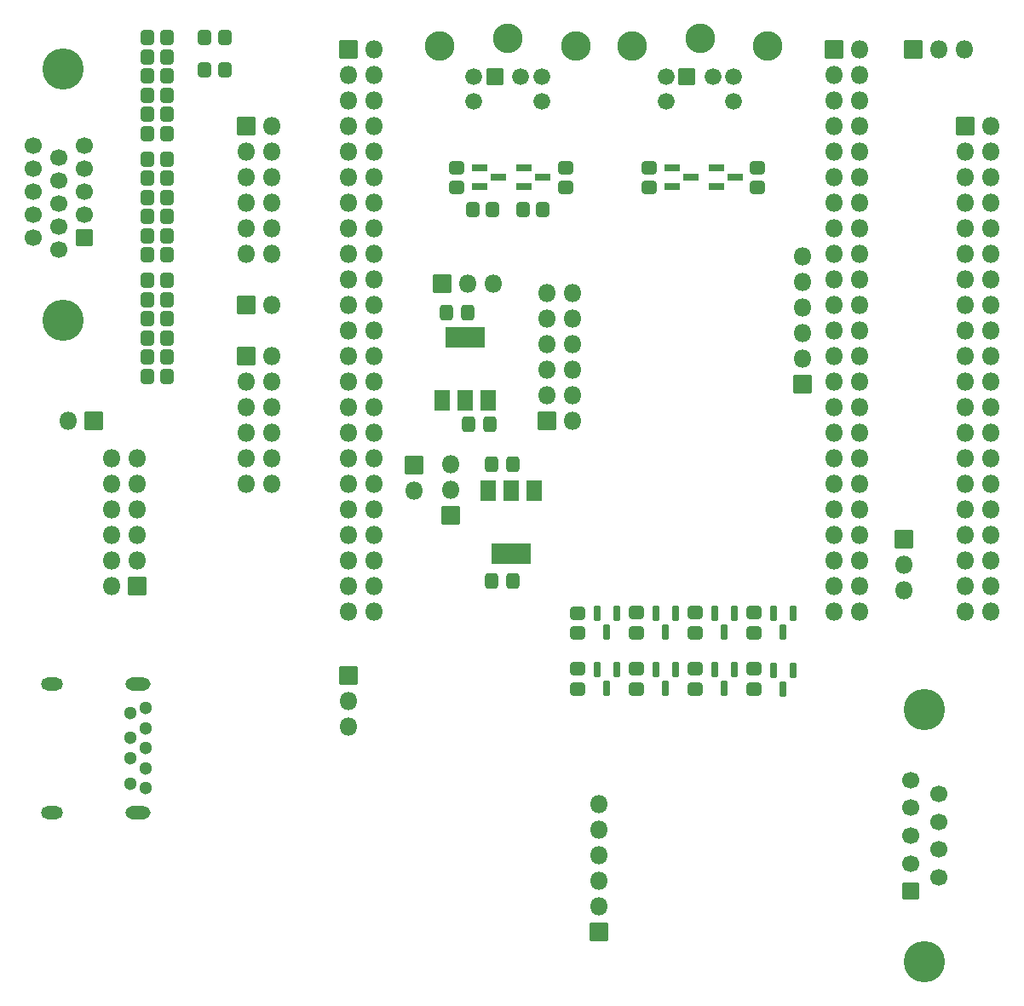
<source format=gts>
%TF.GenerationSoftware,KiCad,Pcbnew,6.0.0-d3dd2cf0fa~116~ubuntu20.04.1*%
%TF.CreationDate,2022-03-15T23:07:46+01:00*%
%TF.ProjectId,arrow_deca_retro_cape,6172726f-775f-4646-9563-615f72657472,0.71*%
%TF.SameCoordinates,Original*%
%TF.FileFunction,Soldermask,Top*%
%TF.FilePolarity,Negative*%
%FSLAX46Y46*%
G04 Gerber Fmt 4.6, Leading zero omitted, Abs format (unit mm)*
G04 Created by KiCad (PCBNEW 6.0.0-d3dd2cf0fa~116~ubuntu20.04.1) date 2022-03-15 23:07:46*
%MOMM*%
%LPD*%
G01*
G04 APERTURE LIST*
G04 Aperture macros list*
%AMRoundRect*
0 Rectangle with rounded corners*
0 $1 Rounding radius*
0 $2 $3 $4 $5 $6 $7 $8 $9 X,Y pos of 4 corners*
0 Add a 4 corners polygon primitive as box body*
4,1,4,$2,$3,$4,$5,$6,$7,$8,$9,$2,$3,0*
0 Add four circle primitives for the rounded corners*
1,1,$1+$1,$2,$3*
1,1,$1+$1,$4,$5*
1,1,$1+$1,$6,$7*
1,1,$1+$1,$8,$9*
0 Add four rect primitives between the rounded corners*
20,1,$1+$1,$2,$3,$4,$5,0*
20,1,$1+$1,$4,$5,$6,$7,0*
20,1,$1+$1,$6,$7,$8,$9,0*
20,1,$1+$1,$8,$9,$2,$3,0*%
G04 Aperture macros list end*
%ADD10RoundRect,0.050000X-0.850000X-0.850000X0.850000X-0.850000X0.850000X0.850000X-0.850000X0.850000X0*%
%ADD11O,1.800000X1.800000*%
%ADD12RoundRect,0.050000X0.750000X-1.000000X0.750000X1.000000X-0.750000X1.000000X-0.750000X-1.000000X0*%
%ADD13RoundRect,0.050000X1.900000X-1.000000X1.900000X1.000000X-1.900000X1.000000X-1.900000X-1.000000X0*%
%ADD14RoundRect,0.300000X0.337500X0.475000X-0.337500X0.475000X-0.337500X-0.475000X0.337500X-0.475000X0*%
%ADD15RoundRect,0.050000X0.850000X-0.850000X0.850000X0.850000X-0.850000X0.850000X-0.850000X-0.850000X0*%
%ADD16RoundRect,0.300000X0.350000X0.450000X-0.350000X0.450000X-0.350000X-0.450000X0.350000X-0.450000X0*%
%ADD17RoundRect,0.300000X-0.450000X0.350000X-0.450000X-0.350000X0.450000X-0.350000X0.450000X0.350000X0*%
%ADD18RoundRect,0.050000X0.850000X0.850000X-0.850000X0.850000X-0.850000X-0.850000X0.850000X-0.850000X0*%
%ADD19RoundRect,0.200000X-0.150000X0.587500X-0.150000X-0.587500X0.150000X-0.587500X0.150000X0.587500X0*%
%ADD20C,1.300000*%
%ADD21O,2.500000X1.300000*%
%ADD22O,2.200000X1.300000*%
%ADD23RoundRect,0.200000X-0.587500X-0.150000X0.587500X-0.150000X0.587500X0.150000X-0.587500X0.150000X0*%
%ADD24RoundRect,0.050800X-0.787400X-0.787400X0.787400X-0.787400X0.787400X0.787400X-0.787400X0.787400X0*%
%ADD25C,1.676400*%
%ADD26C,2.946400*%
%ADD27C,4.100000*%
%ADD28RoundRect,0.050000X-0.800000X0.800000X-0.800000X-0.800000X0.800000X-0.800000X0.800000X0.800000X0*%
%ADD29C,1.700000*%
%ADD30RoundRect,0.050000X-0.750000X1.000000X-0.750000X-1.000000X0.750000X-1.000000X0.750000X1.000000X0*%
%ADD31RoundRect,0.050000X-1.900000X1.000000X-1.900000X-1.000000X1.900000X-1.000000X1.900000X1.000000X0*%
%ADD32RoundRect,0.300000X-0.350000X-0.450000X0.350000X-0.450000X0.350000X0.450000X-0.350000X0.450000X0*%
%ADD33RoundRect,0.050000X0.800000X-0.800000X0.800000X0.800000X-0.800000X0.800000X-0.800000X-0.800000X0*%
%ADD34RoundRect,0.050000X-0.850000X0.850000X-0.850000X-0.850000X0.850000X-0.850000X0.850000X0.850000X0*%
%ADD35RoundRect,0.300000X-0.337500X-0.475000X0.337500X-0.475000X0.337500X0.475000X-0.337500X0.475000X0*%
G04 APERTURE END LIST*
D10*
%TO.C,J9*%
X116840000Y-45720000D03*
D11*
X119380000Y-45720000D03*
X116840000Y-48260000D03*
X119380000Y-48260000D03*
X116840000Y-50800000D03*
X119380000Y-50800000D03*
X116840000Y-53340000D03*
X119380000Y-53340000D03*
X116840000Y-55880000D03*
X119380000Y-55880000D03*
X116840000Y-58420000D03*
X119380000Y-58420000D03*
X116840000Y-60960000D03*
X119380000Y-60960000D03*
X116840000Y-63500000D03*
X119380000Y-63500000D03*
X116840000Y-66040000D03*
X119380000Y-66040000D03*
X116840000Y-68580000D03*
X119380000Y-68580000D03*
X116840000Y-71120000D03*
X119380000Y-71120000D03*
X116840000Y-73660000D03*
X119380000Y-73660000D03*
X116840000Y-76200000D03*
X119380000Y-76200000D03*
X116840000Y-78740000D03*
X119380000Y-78740000D03*
X116840000Y-81280000D03*
X119380000Y-81280000D03*
X116840000Y-83820000D03*
X119380000Y-83820000D03*
X116840000Y-86360000D03*
X119380000Y-86360000D03*
X116840000Y-88900000D03*
X119380000Y-88900000D03*
X116840000Y-91440000D03*
X119380000Y-91440000D03*
X116840000Y-93980000D03*
X119380000Y-93980000D03*
X116840000Y-96520000D03*
X119380000Y-96520000D03*
X116840000Y-99060000D03*
X119380000Y-99060000D03*
X116840000Y-101600000D03*
X119380000Y-101600000D03*
%TD*%
D10*
%TO.C,J8*%
X165100000Y-45720000D03*
D11*
X167640000Y-45720000D03*
X165100000Y-48260000D03*
X167640000Y-48260000D03*
X165100000Y-50800000D03*
X167640000Y-50800000D03*
X165100000Y-53340000D03*
X167640000Y-53340000D03*
X165100000Y-55880000D03*
X167640000Y-55880000D03*
X165100000Y-58420000D03*
X167640000Y-58420000D03*
X165100000Y-60960000D03*
X167640000Y-60960000D03*
X165100000Y-63500000D03*
X167640000Y-63500000D03*
X165100000Y-66040000D03*
X167640000Y-66040000D03*
X165100000Y-68580000D03*
X167640000Y-68580000D03*
X165100000Y-71120000D03*
X167640000Y-71120000D03*
X165100000Y-73660000D03*
X167640000Y-73660000D03*
X165100000Y-76200000D03*
X167640000Y-76200000D03*
X165100000Y-78740000D03*
X167640000Y-78740000D03*
X165100000Y-81280000D03*
X167640000Y-81280000D03*
X165100000Y-83820000D03*
X167640000Y-83820000D03*
X165100000Y-86360000D03*
X167640000Y-86360000D03*
X165100000Y-88900000D03*
X167640000Y-88900000D03*
X165100000Y-91440000D03*
X167640000Y-91440000D03*
X165100000Y-93980000D03*
X167640000Y-93980000D03*
X165100000Y-96520000D03*
X167640000Y-96520000D03*
X165100000Y-99060000D03*
X167640000Y-99060000D03*
X165100000Y-101600000D03*
X167640000Y-101600000D03*
%TD*%
D12*
%TO.C,U4*%
X126097000Y-80595000D03*
D13*
X128397000Y-74295000D03*
D12*
X128397000Y-80595000D03*
X130697000Y-80595000D03*
%TD*%
D14*
%TO.C,C18*%
X130845500Y-82956400D03*
X128770500Y-82956400D03*
%TD*%
D15*
%TO.C,JP2*%
X126111000Y-68961000D03*
D11*
X128651000Y-68961000D03*
X131191000Y-68961000D03*
%TD*%
D14*
%TO.C,C19*%
X128663500Y-71882000D03*
X126588500Y-71882000D03*
%TD*%
D16*
%TO.C,R29*%
X98804669Y-76275000D03*
X96804669Y-76275000D03*
%TD*%
%TO.C,R31*%
X98804669Y-56590000D03*
X96804669Y-56590000D03*
%TD*%
D10*
%TO.C,J20*%
X95823469Y-99033400D03*
D11*
X95823469Y-96493400D03*
X95823469Y-93953400D03*
X95823469Y-91413400D03*
X95823469Y-88873400D03*
X95823469Y-86333400D03*
X93283469Y-99033400D03*
X93283469Y-96493400D03*
X93283469Y-93953400D03*
X93283469Y-91413400D03*
X93283469Y-88873400D03*
X93283469Y-86333400D03*
%TD*%
D17*
%TO.C,R13*%
X139587669Y-101707000D03*
X139587669Y-103707000D03*
%TD*%
D16*
%TO.C,R19*%
X98804669Y-44525000D03*
X96804669Y-44525000D03*
%TD*%
D18*
%TO.C,J16*%
X141745000Y-133426200D03*
D11*
X141745000Y-130886200D03*
X141745000Y-128346200D03*
X141745000Y-125806200D03*
X141745000Y-123266200D03*
X141745000Y-120726200D03*
%TD*%
D17*
%TO.C,R5*%
X146685000Y-57420000D03*
X146685000Y-59420000D03*
%TD*%
D19*
%TO.C,D5*%
X155142669Y-101753500D03*
X153242669Y-101753500D03*
X154192669Y-103628500D03*
%TD*%
%TO.C,D11*%
X160984669Y-101753500D03*
X159084669Y-101753500D03*
X160034669Y-103628500D03*
%TD*%
D20*
%TO.C,J21*%
X95123000Y-111633000D03*
X95123000Y-114133000D03*
X95123000Y-116133000D03*
X95123000Y-118633000D03*
X96623000Y-119133000D03*
X96623000Y-117133000D03*
X96623000Y-115133000D03*
X96623000Y-113133000D03*
X96623000Y-111133000D03*
D21*
X95873000Y-121533000D03*
D22*
X87373000Y-121533000D03*
D21*
X95873000Y-108733000D03*
D22*
X87373000Y-108733000D03*
%TD*%
D16*
%TO.C,R3*%
X136142669Y-61595000D03*
X134142669Y-61595000D03*
%TD*%
D19*
%TO.C,D8*%
X149300669Y-101753500D03*
X147400669Y-101753500D03*
X148350669Y-103628500D03*
%TD*%
D23*
%TO.C,D4*%
X148960900Y-57415400D03*
X148960900Y-59315400D03*
X150835900Y-58365400D03*
%TD*%
D18*
%TO.C,J10*%
X136539669Y-82625000D03*
D11*
X139079669Y-82625000D03*
X136539669Y-80085000D03*
X139079669Y-80085000D03*
X136539669Y-77545000D03*
X139079669Y-77545000D03*
X136539669Y-75005000D03*
X139079669Y-75005000D03*
X136539669Y-72465000D03*
X139079669Y-72465000D03*
X136539669Y-69925000D03*
X139079669Y-69925000D03*
%TD*%
D16*
%TO.C,R35*%
X98804669Y-64210000D03*
X96804669Y-64210000D03*
%TD*%
D10*
%TO.C,J11*%
X106680000Y-53340000D03*
D11*
X106680000Y-55880000D03*
X106680000Y-58420000D03*
X106680000Y-60960000D03*
X106680000Y-63500000D03*
X106680000Y-66040000D03*
X109220000Y-53340000D03*
X109220000Y-55880000D03*
X109220000Y-58420000D03*
X109220000Y-60960000D03*
X109220000Y-63500000D03*
X109220000Y-66040000D03*
%TD*%
D19*
%TO.C,D10*%
X160984669Y-107404000D03*
X159084669Y-107404000D03*
X160034669Y-109279000D03*
%TD*%
D17*
%TO.C,R12*%
X157113669Y-101690000D03*
X157113669Y-103690000D03*
%TD*%
%TO.C,R15*%
X157113669Y-107263000D03*
X157113669Y-109263000D03*
%TD*%
D16*
%TO.C,R30*%
X98804669Y-78180000D03*
X96804669Y-78180000D03*
%TD*%
D23*
%TO.C,D3*%
X153360900Y-57415400D03*
X153360900Y-59315400D03*
X155235900Y-58365400D03*
%TD*%
D17*
%TO.C,R16*%
X139587669Y-107279000D03*
X139587669Y-109279000D03*
%TD*%
D16*
%TO.C,R18*%
X104519669Y-47700000D03*
X102519669Y-47700000D03*
%TD*%
%TO.C,R32*%
X98804669Y-58495000D03*
X96804669Y-58495000D03*
%TD*%
D24*
%TO.C,J5*%
X131359200Y-48387000D03*
D25*
X133950000Y-48387000D03*
X129301800Y-48387000D03*
X136007400Y-48387000D03*
X129301800Y-50876200D03*
X136007400Y-50876200D03*
D26*
X125898200Y-45389800D03*
X132654600Y-44577000D03*
X139411000Y-45389800D03*
%TD*%
D27*
%TO.C,J1*%
X88490269Y-72623600D03*
X88490269Y-47623600D03*
D28*
X90540269Y-64438600D03*
D29*
X90540269Y-62148600D03*
X90540269Y-59858600D03*
X90540269Y-57568600D03*
X90540269Y-55278600D03*
X88000269Y-65583600D03*
X88000269Y-63293600D03*
X88000269Y-61003600D03*
X88000269Y-58713600D03*
X88000269Y-56423600D03*
X85460269Y-64438600D03*
X85460269Y-62148600D03*
X85460269Y-59858600D03*
X85460269Y-57568600D03*
X85460269Y-55278600D03*
%TD*%
D30*
%TO.C,U5*%
X135282000Y-89509200D03*
D31*
X132982000Y-95809200D03*
D30*
X132982000Y-89509200D03*
X130682000Y-89509200D03*
%TD*%
D16*
%TO.C,R27*%
X98804669Y-72465000D03*
X96804669Y-72465000D03*
%TD*%
%TO.C,R23*%
X98804669Y-52145000D03*
X96804669Y-52145000D03*
%TD*%
D32*
%TO.C,R4*%
X129140000Y-61595000D03*
X131140000Y-61595000D03*
%TD*%
D17*
%TO.C,R10*%
X145429669Y-107263000D03*
X145429669Y-109263000D03*
%TD*%
%TO.C,R14*%
X145429669Y-101692000D03*
X145429669Y-103692000D03*
%TD*%
D19*
%TO.C,D7*%
X149300669Y-107325500D03*
X147400669Y-107325500D03*
X148350669Y-109200500D03*
%TD*%
D17*
%TO.C,R9*%
X151271669Y-101691000D03*
X151271669Y-103691000D03*
%TD*%
D16*
%TO.C,R26*%
X98804669Y-70560000D03*
X96804669Y-70560000D03*
%TD*%
%TO.C,R33*%
X98804669Y-60400000D03*
X96804669Y-60400000D03*
%TD*%
%TO.C,R22*%
X98804669Y-50240000D03*
X96804669Y-50240000D03*
%TD*%
D10*
%TO.C,J14*%
X123355000Y-86964200D03*
D11*
X123355000Y-89504200D03*
%TD*%
D24*
%TO.C,J19*%
X150444200Y-48387000D03*
D25*
X153035000Y-48387000D03*
X148386800Y-48387000D03*
X155092400Y-48387000D03*
X148386800Y-50876200D03*
X155092400Y-50876200D03*
D26*
X144983200Y-45389800D03*
X151739600Y-44577000D03*
X158496000Y-45389800D03*
%TD*%
D23*
%TO.C,D2*%
X129875900Y-57415400D03*
X129875900Y-59315400D03*
X131750900Y-58365400D03*
%TD*%
D15*
%TO.C,J15*%
X172987000Y-45669200D03*
D11*
X175527000Y-45669200D03*
X178067000Y-45669200D03*
%TD*%
D27*
%TO.C,J4*%
X174074338Y-136335000D03*
X174074338Y-111335000D03*
D33*
X172654338Y-129375000D03*
D29*
X172654338Y-126605000D03*
X172654338Y-123835000D03*
X172654338Y-121065000D03*
X172654338Y-118295000D03*
X175494338Y-127990000D03*
X175494338Y-125220000D03*
X175494338Y-122450000D03*
X175494338Y-119680000D03*
%TD*%
D16*
%TO.C,R20*%
X98804669Y-46430000D03*
X96804669Y-46430000D03*
%TD*%
D19*
%TO.C,D12*%
X143458669Y-107325500D03*
X141558669Y-107325500D03*
X142508669Y-109200500D03*
%TD*%
D16*
%TO.C,R24*%
X98804669Y-54050000D03*
X96804669Y-54050000D03*
%TD*%
D17*
%TO.C,R2*%
X138395000Y-57420000D03*
X138395000Y-59420000D03*
%TD*%
D18*
%TO.C,J18*%
X127013000Y-92009200D03*
D11*
X127013000Y-89469200D03*
X127013000Y-86929200D03*
%TD*%
D15*
%TO.C,J17*%
X106680000Y-71120000D03*
D11*
X109220000Y-71120000D03*
%TD*%
D10*
%TO.C,J22*%
X116840000Y-107950000D03*
D11*
X116840000Y-110490000D03*
X116840000Y-113030000D03*
%TD*%
D14*
%TO.C,C21*%
X133132169Y-98500000D03*
X131057169Y-98500000D03*
%TD*%
D10*
%TO.C,J12*%
X106680000Y-76200000D03*
D11*
X106680000Y-78740000D03*
X106680000Y-81280000D03*
X106680000Y-83820000D03*
X106680000Y-86360000D03*
X106680000Y-88900000D03*
X109220000Y-76200000D03*
X109220000Y-78740000D03*
X109220000Y-81280000D03*
X109220000Y-83820000D03*
X109220000Y-86360000D03*
X109220000Y-88900000D03*
%TD*%
D16*
%TO.C,R21*%
X98804669Y-48335000D03*
X96804669Y-48335000D03*
%TD*%
D34*
%TO.C,JP1*%
X91459669Y-82625000D03*
D11*
X88919669Y-82625000D03*
%TD*%
D16*
%TO.C,R28*%
X98804669Y-74370000D03*
X96804669Y-74370000D03*
%TD*%
D17*
%TO.C,R1*%
X127600000Y-57420000D03*
X127600000Y-59420000D03*
%TD*%
D19*
%TO.C,D9*%
X155142669Y-107325500D03*
X153242669Y-107325500D03*
X154192669Y-109200500D03*
%TD*%
D23*
%TO.C,D1*%
X134275900Y-57415400D03*
X134275900Y-59315400D03*
X136150900Y-58365400D03*
%TD*%
D18*
%TO.C,J3*%
X161925000Y-78994000D03*
D11*
X161925000Y-76454000D03*
X161925000Y-73914000D03*
X161925000Y-71374000D03*
X161925000Y-68834000D03*
X161925000Y-66294000D03*
%TD*%
D16*
%TO.C,R17*%
X104519669Y-44525000D03*
X102519669Y-44525000D03*
%TD*%
D35*
%TO.C,C20*%
X131055500Y-86944200D03*
X133130500Y-86944200D03*
%TD*%
D17*
%TO.C,R6*%
X157480000Y-57420000D03*
X157480000Y-59420000D03*
%TD*%
D16*
%TO.C,R25*%
X98804669Y-68655000D03*
X96804669Y-68655000D03*
%TD*%
D19*
%TO.C,D6*%
X143458669Y-101753500D03*
X141558669Y-101753500D03*
X142508669Y-103628500D03*
%TD*%
D17*
%TO.C,R11*%
X151271669Y-107247000D03*
X151271669Y-109247000D03*
%TD*%
D16*
%TO.C,R36*%
X98804669Y-66115000D03*
X96804669Y-66115000D03*
%TD*%
D10*
%TO.C,J7*%
X172043185Y-94360000D03*
D11*
X172043185Y-96900000D03*
X172043185Y-99440000D03*
%TD*%
D10*
%TO.C,J6*%
X178138185Y-53340000D03*
D11*
X180678185Y-53340000D03*
X178138185Y-55880000D03*
X180678185Y-55880000D03*
X178138185Y-58420000D03*
X180678185Y-58420000D03*
X178138185Y-60960000D03*
X180678185Y-60960000D03*
X178138185Y-63500000D03*
X180678185Y-63500000D03*
X178138185Y-66040000D03*
X180678185Y-66040000D03*
X178138185Y-68580000D03*
X180678185Y-68580000D03*
X178138185Y-71120000D03*
X180678185Y-71120000D03*
X178138185Y-73660000D03*
X180678185Y-73660000D03*
X178138185Y-76200000D03*
X180678185Y-76200000D03*
X178138185Y-78740000D03*
X180678185Y-78740000D03*
X178138185Y-81280000D03*
X180678185Y-81280000D03*
X178138185Y-83820000D03*
X180678185Y-83820000D03*
X178138185Y-86360000D03*
X180678185Y-86360000D03*
X178138185Y-88900000D03*
X180678185Y-88900000D03*
X178138185Y-91440000D03*
X180678185Y-91440000D03*
X178138185Y-93980000D03*
X180678185Y-93980000D03*
X178138185Y-96520000D03*
X180678185Y-96520000D03*
X178138185Y-99060000D03*
X180678185Y-99060000D03*
X178138185Y-101600000D03*
X180678185Y-101600000D03*
%TD*%
D16*
%TO.C,R34*%
X98804669Y-62305000D03*
X96804669Y-62305000D03*
%TD*%
M02*

</source>
